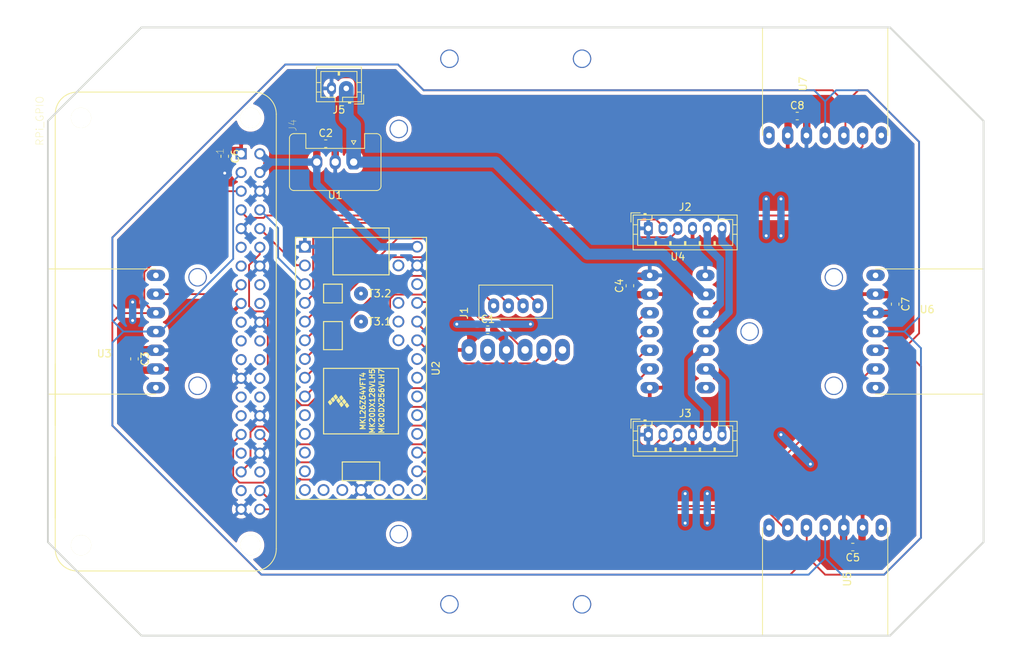
<source format=kicad_pcb>
(kicad_pcb (version 20171130) (host pcbnew "(5.1.4-0-10_14)")
  (layers (0 F.Cu signal) (31 B.Cu signal) (34 B.Paste user) (35 F.Paste user) (36 B.SilkS user) (37 F.SilkS user) (38 B.Mask user) (39 F.Mask user) (44 Edge.Cuts user))
  (net 0 "")
  (net 1 /IMU_PS0)
  (net 2 /IMU_PS1)
  (net 3 /IMU_INT)
  (net 4 /IMU_ADR)
  (net 5 /IMU_RST)
  (net 6 /SCL1)
  (net 7 /SDA1)
  (net 8 GND)
  (net 9 "Net-(J1-Pad6)")
  (net 10 +3V3)
  (net 11 "Net-(J2-Pad6)")
  (net 12 "Net-(J2-Pad5)")
  (net 13 /L_EN_A)
  (net 14 /L_EN_B)
  (net 15 "Net-(J3-Pad6)")
  (net 16 "Net-(J3-Pad5)")
  (net 17 /R_EN_A)
  (net 18 /R_EN_B)
  (net 19 "Net-(J4-Pad37)")
  (net 20 "Net-(J4-Pad36)")
  (net 21 /BPH)
  (net 22 /BEN)
  (net 23 /AEN)
  (net 24 /APH)
  (net 25 "Net-(J4-Pad29)")
  (net 26 "Net-(J4-Pad28)")
  (net 27 "Net-(J4-Pad27)")
  (net 28 "Net-(J4-Pad26)")
  (net 29 "Net-(J4-Pad24)")
  (net 30 "Net-(J4-Pad23)")
  (net 31 "Net-(J4-Pad22)")
  (net 32 "Net-(J4-Pad21)")
  (net 33 "Net-(J4-Pad19)")
  (net 34 "Net-(J4-Pad18)")
  (net 35 "Net-(J4-Pad16)")
  (net 36 "Net-(J4-Pad13)")
  (net 37 "Net-(J4-Pad11)")
  (net 38 /RX)
  (net 39 /TX)
  (net 40 /SCL0)
  (net 41 +5V)
  (net 42 /SDA0)
  (net 43 /VBAT)
  (net 44 "Net-(U2-Pad10)")
  (net 45 "Net-(U2-Pad11)")
  (net 46 "Net-(U2-Pad12)")
  (net 47 "Net-(U2-Pad13)")
  (net 48 "Net-(U2-Pad37)")
  (net 49 "Net-(U2-Pad36)")
  (net 50 "Net-(U2-Pad35)")
  (net 51 "Net-(U2-Pad34)")
  (net 52 "Net-(U2-Pad31)")
  (net 53 "Net-(U2-Pad23)")
  (net 54 "Net-(U2-Pad14)")
  (net 55 "Net-(U2-Pad15)")
  (net 56 "Net-(U2-Pad16)")
  (net 57 "Net-(U2-Pad20)")
  (net 58 "Net-(U2-Pad19)")
  (net 59 "Net-(U2-Pad18)")
  (net 60 "Net-(U3-Pad7)")
  (net 61 "Net-(U3-Pad1)")
  (net 62 "Net-(U4-Pad14)")
  (net 63 "Net-(U5-Pad7)")
  (net 64 "Net-(U5-Pad1)")
  (net 65 "Net-(U6-Pad7)")
  (net 66 "Net-(U6-Pad1)")
  (net 67 "Net-(U7-Pad7)")
  (net 68 "Net-(U7-Pad1)")
  (net 69 /IRB_EN)
  (net 70 /IRC_EN)
  (net 71 /IRA_EN)
  (net 72 /IRD_EN)
  (net 73 "Net-(U2-Pad27)")
  (net 74 "Net-(U2-Pad26)")
  (net 75 "Net-(U2-Pad25)")
  (net 76 "Net-(U2-Pad24)")
  (net 77 "Net-(J4-Pad33)")
  (module teensy:Teensy30_31_32_LC (layer F.Cu) (at 129 105 270)
    (fp_text reference U2 (at 0 -10.16 90) (layer F.SilkS))
    (fp_text value Teensy-LC)
    (fp_text user MK20DX128VLH5 (at 4.445 -1.524 90) (layer F.SilkS) (effects (font (size 0.7 0.7))))
    (fp_text user MKL26Z64VFT4 (at 4.445 -0.254 90) (layer F.SilkS) (effects (font (size 0.7 0.7))))
    (fp_text user MK20DX256VLH7 (at 4.445 -2.794 90) (layer F.SilkS) (effects (font (size 0.7 0.7))))
    (fp_text user T3.1 (at -6.35 -2.54) (layer F.SilkS))
    (fp_text user T3.2 (at -10.16 -2.54) (layer F.SilkS))
    (pad 52 thru_hole circle (at -10.16 0 270) (size 1.9 1.9) (drill 0.5) (layers *.Cu *.Mask))
    (pad 52 thru_hole circle (at -6.35 0 270) (size 1.9 1.9) (drill 0.5) (layers *.Cu *.Mask))
    (pad 1 thru_hole rect (at -16.51 7.62 270) (size 1.6 1.6) (drill 1.1) (layers *.Cu *.Mask) (net 8 GND))
    (pad 2 thru_hole circle (at -13.97 7.62 270) (size 1.6 1.6) (drill 1.1) (layers *.Cu *.Mask) (net 38 /RX))
    (pad 3 thru_hole circle (at -11.43 7.62 270) (size 1.6 1.6) (drill 1.1) (layers *.Cu *.Mask) (net 39 /TX))
    (pad 4 thru_hole circle (at -8.89 7.62 270) (size 1.6 1.6) (drill 1.1) (layers *.Cu *.Mask) (net 14 /L_EN_B))
    (pad 5 thru_hole circle (at -6.35 7.62 270) (size 1.6 1.6) (drill 1.1) (layers *.Cu *.Mask) (net 13 /L_EN_A))
    (pad 6 thru_hole circle (at -3.81 7.62 270) (size 1.6 1.6) (drill 1.1) (layers *.Cu *.Mask) (net 4 /IMU_ADR))
    (pad 7 thru_hole circle (at -1.27 7.62 270) (size 1.6 1.6) (drill 1.1) (layers *.Cu *.Mask) (net 3 /IMU_INT))
    (pad 8 thru_hole circle (at 1.27 7.62 270) (size 1.6 1.6) (drill 1.1) (layers *.Cu *.Mask) (net 2 /IMU_PS1))
    (pad 9 thru_hole circle (at 3.81 7.62 270) (size 1.6 1.6) (drill 1.1) (layers *.Cu *.Mask) (net 1 /IMU_PS0))
    (pad 10 thru_hole circle (at 6.35 7.62 270) (size 1.6 1.6) (drill 1.1) (layers *.Cu *.Mask) (net 44 "Net-(U2-Pad10)"))
    (pad 11 thru_hole circle (at 8.89 7.62 270) (size 1.6 1.6) (drill 1.1) (layers *.Cu *.Mask) (net 45 "Net-(U2-Pad11)"))
    (pad 12 thru_hole circle (at 11.43 7.62 270) (size 1.6 1.6) (drill 1.1) (layers *.Cu *.Mask) (net 46 "Net-(U2-Pad12)"))
    (pad 13 thru_hole circle (at 13.97 7.62 270) (size 1.6 1.6) (drill 1.1) (layers *.Cu *.Mask) (net 47 "Net-(U2-Pad13)"))
    (pad 37 thru_hole circle (at -3.81 -5.08 270) (size 1.6 1.6) (drill 1.1) (layers *.Cu *.Mask) (net 48 "Net-(U2-Pad37)"))
    (pad 36 thru_hole circle (at -6.35 -5.08 270) (size 1.6 1.6) (drill 1.1) (layers *.Cu *.Mask) (net 49 "Net-(U2-Pad36)"))
    (pad 35 thru_hole circle (at -8.89 -5.08 270) (size 1.6 1.6) (drill 1.1) (layers *.Cu *.Mask) (net 50 "Net-(U2-Pad35)"))
    (pad 34 thru_hole circle (at -13.97 -5.08 270) (size 1.6 1.6) (drill 1.1) (layers *.Cu *.Mask) (net 51 "Net-(U2-Pad34)"))
    (pad 33 thru_hole circle (at -16.51 -7.62 270) (size 1.6 1.6) (drill 1.1) (layers *.Cu *.Mask) (net 41 +5V))
    (pad 32 thru_hole circle (at -13.97 -7.62 270) (size 1.6 1.6) (drill 1.1) (layers *.Cu *.Mask) (net 8 GND))
    (pad 31 thru_hole circle (at -11.43 -7.62 270) (size 1.6 1.6) (drill 1.1) (layers *.Cu *.Mask) (net 52 "Net-(U2-Pad31)"))
    (pad 30 thru_hole circle (at -8.89 -7.62 270) (size 1.6 1.6) (drill 1.1) (layers *.Cu *.Mask) (net 7 /SDA1))
    (pad 29 thru_hole circle (at -6.35 -7.62 270) (size 1.6 1.6) (drill 1.1) (layers *.Cu *.Mask) (net 6 /SCL1))
    (pad 28 thru_hole circle (at -3.81 -7.62 270) (size 1.6 1.6) (drill 1.1) (layers *.Cu *.Mask) (net 5 /IMU_RST))
    (pad 27 thru_hole circle (at -1.27 -7.62 270) (size 1.6 1.6) (drill 1.1) (layers *.Cu *.Mask) (net 73 "Net-(U2-Pad27)"))
    (pad 26 thru_hole circle (at 1.27 -7.62 270) (size 1.6 1.6) (drill 1.1) (layers *.Cu *.Mask) (net 74 "Net-(U2-Pad26)"))
    (pad 25 thru_hole circle (at 3.81 -7.62 270) (size 1.6 1.6) (drill 1.1) (layers *.Cu *.Mask) (net 75 "Net-(U2-Pad25)"))
    (pad 24 thru_hole circle (at 6.35 -7.62 270) (size 1.6 1.6) (drill 1.1) (layers *.Cu *.Mask) (net 76 "Net-(U2-Pad24)"))
    (pad 23 thru_hole circle (at 8.89 -7.62 270) (size 1.6 1.6) (drill 1.1) (layers *.Cu *.Mask) (net 53 "Net-(U2-Pad23)"))
    (pad 22 thru_hole circle (at 11.43 -7.62 270) (size 1.6 1.6) (drill 1.1) (layers *.Cu *.Mask) (net 18 /R_EN_B))
    (pad 21 thru_hole circle (at 13.97 -7.62 270) (size 1.6 1.6) (drill 1.1) (layers *.Cu *.Mask) (net 17 /R_EN_A))
    (pad 14 thru_hole circle (at 16.51 7.62 270) (size 1.6 1.6) (drill 1.1) (layers *.Cu *.Mask) (net 54 "Net-(U2-Pad14)"))
    (pad 15 thru_hole circle (at 16.51 5.08 270) (size 1.6 1.6) (drill 1.1) (layers *.Cu *.Mask) (net 55 "Net-(U2-Pad15)"))
    (pad 16 thru_hole circle (at 16.51 2.54 270) (size 1.6 1.6) (drill 1.1) (layers *.Cu *.Mask) (net 56 "Net-(U2-Pad16)"))
    (pad 20 thru_hole circle (at 16.51 -7.62 270) (size 1.6 1.6) (drill 1.1) (layers *.Cu *.Mask) (net 57 "Net-(U2-Pad20)"))
    (pad 19 thru_hole circle (at 16.51 -5.08 270) (size 1.6 1.6) (drill 1.1) (layers *.Cu *.Mask) (net 58 "Net-(U2-Pad19)"))
    (pad 18 thru_hole circle (at 16.51 -2.54 270) (size 1.6 1.6) (drill 1.1) (layers *.Cu *.Mask) (net 59 "Net-(U2-Pad18)"))
    (pad 17 thru_hole circle (at 16.51 0 270) (size 1.6 1.6) (drill 1.1) (layers *.Cu *.Mask) (net 8 GND))
  )
  (module ADA3708:ADA3708_RPI-ZERO (layer F.Cu) (at 114 100 270)
    (fp_text reference J4 (at -27.9928 -5.72581 90) (layer F.SilkS) (effects (font (size 1.00189 1.00189) (thickness 0.05))))
    (fp_text value RPi_GPIO (at -28.5911 28.591 90) (layer F.SilkS) (effects (font (size 1.00056 1.00056) (thickness 0.05))))
    (fp_text user 1 (at -24.4727 4.13175 90) (layer F.SilkS) (effects (font (thickness 0.05))))
    (pad Hole np_thru_hole circle (at 29 0 270) (size 2.75 2.75) (drill 2.75) (layers *.Cu *.Mask F.SilkS))
    (pad Hole np_thru_hole circle (at 29 23 270) (size 2.75 2.75) (drill 2.75) (layers *.Cu *.Mask F.SilkS))
    (pad Hole np_thru_hole circle (at -29 0 270) (size 2.75 2.75) (drill 2.75) (layers *.Cu *.Mask F.SilkS))
    (pad Hole np_thru_hole circle (at -29 23 270) (size 2.75 2.75) (drill 2.75) (layers *.Cu *.Mask F.SilkS))
    (pad 40 thru_hole circle (at 24.13 -1.27 270) (size 1.508 1.508) (drill 1) (layers *.Cu *.Mask) (net 69 /IRB_EN))
    (pad 39 thru_hole circle (at 24.13 1.27 270) (size 1.508 1.508) (drill 1) (layers *.Cu *.Mask) (net 8 GND))
    (pad 38 thru_hole circle (at 21.59 -1.27 270) (size 1.508 1.508) (drill 1) (layers *.Cu *.Mask) (net 70 /IRC_EN))
    (pad 37 thru_hole circle (at 21.59 1.27 270) (size 1.508 1.508) (drill 1) (layers *.Cu *.Mask) (net 19 "Net-(J4-Pad37)"))
    (pad 36 thru_hole circle (at 19.05 -1.27 270) (size 1.508 1.508) (drill 1) (layers *.Cu *.Mask) (net 20 "Net-(J4-Pad36)"))
    (pad 35 thru_hole circle (at 19.05 1.27 270) (size 1.508 1.508) (drill 1) (layers *.Cu *.Mask) (net 21 /BPH))
    (pad 34 thru_hole circle (at 16.51 -1.27 270) (size 1.508 1.508) (drill 1) (layers *.Cu *.Mask) (net 8 GND))
    (pad 33 thru_hole circle (at 16.51 1.27 270) (size 1.508 1.508) (drill 1) (layers *.Cu *.Mask) (net 77 "Net-(J4-Pad33)"))
    (pad 32 thru_hole circle (at 13.97 -1.27 270) (size 1.508 1.508) (drill 1) (layers *.Cu *.Mask) (net 23 /AEN))
    (pad 31 thru_hole circle (at 13.97 1.27 270) (size 1.508 1.508) (drill 1) (layers *.Cu *.Mask) (net 24 /APH))
    (pad 30 thru_hole circle (at 11.43 -1.27 270) (size 1.508 1.508) (drill 1) (layers *.Cu *.Mask) (net 8 GND))
    (pad 29 thru_hole circle (at 11.43 1.27 270) (size 1.508 1.508) (drill 1) (layers *.Cu *.Mask) (net 25 "Net-(J4-Pad29)"))
    (pad 28 thru_hole circle (at 8.89 -1.27 270) (size 1.508 1.508) (drill 1) (layers *.Cu *.Mask) (net 26 "Net-(J4-Pad28)"))
    (pad 27 thru_hole circle (at 8.89 1.27 270) (size 1.508 1.508) (drill 1) (layers *.Cu *.Mask) (net 27 "Net-(J4-Pad27)"))
    (pad 26 thru_hole circle (at 6.35 -1.27 270) (size 1.508 1.508) (drill 1) (layers *.Cu *.Mask) (net 28 "Net-(J4-Pad26)"))
    (pad 25 thru_hole circle (at 6.35 1.27 270) (size 1.508 1.508) (drill 1) (layers *.Cu *.Mask) (net 8 GND))
    (pad 24 thru_hole circle (at 3.81 -1.27 270) (size 1.508 1.508) (drill 1) (layers *.Cu *.Mask) (net 29 "Net-(J4-Pad24)"))
    (pad 23 thru_hole circle (at 3.81 1.27 270) (size 1.508 1.508) (drill 1) (layers *.Cu *.Mask) (net 30 "Net-(J4-Pad23)"))
    (pad 22 thru_hole circle (at 1.27 -1.27 270) (size 1.508 1.508) (drill 1) (layers *.Cu *.Mask) (net 31 "Net-(J4-Pad22)"))
    (pad 21 thru_hole circle (at 1.27 1.27 270) (size 1.508 1.508) (drill 1) (layers *.Cu *.Mask) (net 32 "Net-(J4-Pad21)"))
    (pad 20 thru_hole circle (at -1.27 -1.27 270) (size 1.508 1.508) (drill 1) (layers *.Cu *.Mask) (net 8 GND))
    (pad 19 thru_hole circle (at -1.27 1.27 270) (size 1.508 1.508) (drill 1) (layers *.Cu *.Mask) (net 33 "Net-(J4-Pad19)"))
    (pad 18 thru_hole circle (at -3.81 -1.27 270) (size 1.508 1.508) (drill 1) (layers *.Cu *.Mask) (net 34 "Net-(J4-Pad18)"))
    (pad 17 thru_hole circle (at -3.81 1.27 270) (size 1.508 1.508) (drill 1) (layers *.Cu *.Mask) (net 10 +3V3))
    (pad 16 thru_hole circle (at -6.35 -1.27 270) (size 1.508 1.508) (drill 1) (layers *.Cu *.Mask) (net 35 "Net-(J4-Pad16)"))
    (pad 15 thru_hole circle (at -6.35 1.27 270) (size 1.508 1.508) (drill 1) (layers *.Cu *.Mask) (net 71 /IRA_EN))
    (pad 14 thru_hole circle (at -8.89 -1.27 270) (size 1.508 1.508) (drill 1) (layers *.Cu *.Mask) (net 8 GND))
    (pad 13 thru_hole circle (at -8.89 1.27 270) (size 1.508 1.508) (drill 1) (layers *.Cu *.Mask) (net 36 "Net-(J4-Pad13)"))
    (pad 12 thru_hole circle (at -11.43 -1.27 270) (size 1.508 1.508) (drill 1) (layers *.Cu *.Mask) (net 22 /BEN))
    (pad 11 thru_hole circle (at -11.43 1.27 270) (size 1.508 1.508) (drill 1) (layers *.Cu *.Mask) (net 37 "Net-(J4-Pad11)"))
    (pad 10 thru_hole circle (at -13.97 -1.27 270) (size 1.508 1.508) (drill 1) (layers *.Cu *.Mask) (net 38 /RX))
    (pad 9 thru_hole circle (at -13.97 1.27 270) (size 1.508 1.508) (drill 1) (layers *.Cu *.Mask) (net 8 GND))
    (pad 8 thru_hole circle (at -16.51 -1.27 270) (size 1.508 1.508) (drill 1) (layers *.Cu *.Mask) (net 39 /TX))
    (pad 7 thru_hole circle (at -16.51 1.27 270) (size 1.508 1.508) (drill 1) (layers *.Cu *.Mask) (net 72 /IRD_EN))
    (pad 6 thru_hole circle (at -19.05 -1.27 270) (size 1.508 1.508) (drill 1) (layers *.Cu *.Mask) (net 8 GND))
    (pad 5 thru_hole circle (at -19.05 1.27 270) (size 1.508 1.508) (drill 1) (layers *.Cu *.Mask) (net 40 /SCL0))
    (pad 4 thru_hole circle (at -21.59 -1.27 270) (size 1.508 1.508) (drill 1) (layers *.Cu *.Mask) (net 41 +5V))
    (pad 3 thru_hole circle (at -21.59 1.27 270) (size 1.508 1.508) (drill 1) (layers *.Cu *.Mask) (net 42 /SDA0))
    (pad 2 thru_hole circle (at -24.13 -1.27 270) (size 1.508 1.508) (drill 1) (layers *.Cu *.Mask) (net 41 +5V))
    (pad 1 thru_hole rect (at -24.13 1.27 270) (size 1.508 1.508) (drill 1) (layers *.Cu *.Mask) (net 10 +3V3))
  )
  (module Capacitor_SMD:C_0603_1608Metric (layer F.Cu) (at 188.2125 70.75)
    (fp_text reference C8 (at 0 -1.43) (layer F.SilkS))
    (fp_text value 1uF)
    (pad 2 smd roundrect (at 0.7875 0) (size 0.875 0.95) (layers F.Cu F.Paste F.Mask) (net 8 GND))
    (pad 1 smd roundrect (at -0.7875 0) (size 0.875 0.95) (layers F.Cu F.Paste F.Mask) (net 10 +3V3))
  )
  (module Capacitor_SMD:C_0603_1608Metric (layer F.Cu) (at 201.5 96.2875 270)
    (fp_text reference C7 (at 0 -1.43 90) (layer F.SilkS))
    (fp_text value 1uF)
    (pad 2 smd roundrect (at 0.7875 0 270) (size 0.875 0.95) (layers F.Cu F.Paste F.Mask) (net 8 GND))
    (pad 1 smd roundrect (at -0.7875 0 270) (size 0.875 0.95) (layers F.Cu F.Paste F.Mask) (net 10 +3V3))
  )
  (module Capacitor_SMD:C_0603_1608Metric (layer F.Cu) (at 110.5 76.2125 270)
    (fp_text reference C6 (at 0 -1.43 90) (layer F.SilkS))
    (fp_text value 1uF)
    (pad 2 smd roundrect (at 0.7875 0 270) (size 0.875 0.95) (layers F.Cu F.Paste F.Mask) (net 8 GND))
    (pad 1 smd roundrect (at -0.7875 0 270) (size 0.875 0.95) (layers F.Cu F.Paste F.Mask) (net 10 +3V3))
  )
  (module Capacitor_SMD:C_0603_1608Metric (layer F.Cu) (at 195.75 129.25 180)
    (fp_text reference C5 (at 0 -1.43) (layer F.SilkS))
    (fp_text value 1uF)
    (pad 2 smd roundrect (at 0.7875 0 180) (size 0.875 0.95) (layers F.Cu F.Paste F.Mask) (net 8 GND))
    (pad 1 smd roundrect (at -0.7875 0 180) (size 0.875 0.95) (layers F.Cu F.Paste F.Mask) (net 10 +3V3))
  )
  (module Capacitor_SMD:C_0603_1608Metric (layer F.Cu) (at 165.5 93.7875 90)
    (fp_text reference C4 (at 0 -1.43 90) (layer F.SilkS))
    (fp_text value 1uF)
    (pad 2 smd roundrect (at 0.7875 0 90) (size 0.875 0.95) (layers F.Cu F.Paste F.Mask) (net 8 GND))
    (pad 1 smd roundrect (at -0.7875 0 90) (size 0.875 0.95) (layers F.Cu F.Paste F.Mask) (net 10 +3V3))
  )
  (module Capacitor_SMD:C_0603_1608Metric (layer F.Cu) (at 98.25 103.7125 270)
    (fp_text reference C3 (at 0 -1.43 90) (layer F.SilkS))
    (fp_text value 1uF)
    (pad 2 smd roundrect (at 0.7875 0 270) (size 0.875 0.95) (layers F.Cu F.Paste F.Mask) (net 10 +3V3))
    (pad 1 smd roundrect (at -0.7875 0 270) (size 0.875 0.95) (layers F.Cu F.Paste F.Mask) (net 8 GND))
  )
  (module Capacitor_SMD:C_0603_1608Metric (layer F.Cu) (at 124.2125 74.5)
    (fp_text reference C2 (at 0 -1.43) (layer F.SilkS))
    (fp_text value 1uF)
    (pad 2 smd roundrect (at 0.7875 0) (size 0.875 0.95) (layers F.Cu F.Paste F.Mask) (net 8 GND))
    (pad 1 smd roundrect (at -0.7875 0) (size 0.875 0.95) (layers F.Cu F.Paste F.Mask) (net 41 +5V))
  )
  (module Capacitor_SMD:C_0603_1608Metric (layer F.Cu) (at 146.2125 99.75)
    (fp_text reference C1 (at 0 -1.43) (layer F.SilkS))
    (fp_text value 1uF)
    (pad 2 smd roundrect (at 0.7875 0) (size 0.875 0.95) (layers F.Cu F.Paste F.Mask) (net 8 GND))
    (pad 1 smd roundrect (at -0.7875 0) (size 0.875 0.95) (layers F.Cu F.Paste F.Mask) (net 10 +3V3))
  )
  (module pacbot:conn_imu (layer F.Cu) (at 150 102.5 90)
    (fp_text reference J1 (at 5 -7 90) (layer F.SilkS))
    (fp_text value conn_imu)
    (pad 4 thru_hole oval (at 6 3 90) (size 2 1.5) (drill 0.7) (layers *.Cu *.Mask) (net 4 /IMU_ADR))
    (pad 3 thru_hole oval (at 6 1 90) (size 2 1.5) (drill 0.7) (layers *.Cu *.Mask) (net 3 /IMU_INT))
    (pad 2 thru_hole oval (at 6 -1 90) (size 2 1.5) (drill 0.7) (layers *.Cu *.Mask) (net 2 /IMU_PS1))
    (pad 1 thru_hole oval (at 6 -3 90) (size 2 1.5) (drill 0.7) (layers *.Cu *.Mask) (net 1 /IMU_PS0))
    (pad 10 thru_hole oval (at 0 6.35 90) (size 3 2) (drill 1.02) (layers *.Cu *.Mask) (net 5 /IMU_RST))
    (pad 9 thru_hole oval (at 0 3.81 90) (size 3 2) (drill 1.02) (layers *.Cu *.Mask) (net 6 /SCL1))
    (pad 8 thru_hole oval (at 0 1.27 90) (size 3 2) (drill 1.02) (layers *.Cu *.Mask) (net 7 /SDA1))
    (pad 7 thru_hole oval (at 0 -1.27 90) (size 3 2) (drill 1.02) (layers *.Cu *.Mask) (net 8 GND))
    (pad 6 thru_hole oval (at 0 -3.81 90) (size 3 2) (drill 1.02) (layers *.Cu *.Mask) (net 9 "Net-(J1-Pad6)"))
    (pad 5 thru_hole oval (at 0 -6.35 90) (size 3 2) (drill 1.02) (layers *.Cu *.Mask) (net 10 +3V3))
  )
  (module pacbot:conn_ir (layer F.Cu) (at 101.16 100 180)
    (fp_text reference U3 (at 7 -3 180) (layer F.SilkS))
    (fp_text value VL6180X)
    (pad 7 thru_hole oval (at 0 7.62 180) (size 2.5 1.524) (drill 0.762) (layers *.Cu *.Mask) (net 60 "Net-(U3-Pad7)"))
    (pad 6 thru_hole oval (at 0 5.08 180) (size 2.5 1.524) (drill 0.762) (layers *.Cu *.Mask) (net 71 /IRA_EN))
    (pad 5 thru_hole oval (at 0 2.54 180) (size 2.5 1.524) (drill 0.762) (layers *.Cu *.Mask) (net 40 /SCL0))
    (pad 4 thru_hole oval (at 0 0 180) (size 2.5 1.524) (drill 0.762) (layers *.Cu *.Mask) (net 42 /SDA0))
    (pad 3 thru_hole oval (at 0 -2.54 180) (size 2.5 1.524) (drill 0.762) (layers *.Cu *.Mask) (net 8 GND))
    (pad 2 thru_hole oval (at 0 -5.08 180) (size 2.5 1.524) (drill 0.762) (layers *.Cu *.Mask) (net 10 +3V3))
    (pad 1 thru_hole oval (at 0 -7.62 180) (size 2.5 1.524) (drill 0.762) (layers *.Cu *.Mask) (net 61 "Net-(U3-Pad1)"))
  )
  (module pacbot:conn_ir (layer F.Cu) (at 198.84 100)
    (fp_text reference U6 (at 7 -3) (layer F.SilkS))
    (fp_text value VL6180X)
    (pad 7 thru_hole oval (at 0 7.62) (size 2.5 1.524) (drill 0.762) (layers *.Cu *.Mask) (net 65 "Net-(U6-Pad7)"))
    (pad 6 thru_hole oval (at 0 5.08) (size 2.5 1.524) (drill 0.762) (layers *.Cu *.Mask) (net 70 /IRC_EN))
    (pad 5 thru_hole oval (at 0 2.54) (size 2.5 1.524) (drill 0.762) (layers *.Cu *.Mask) (net 40 /SCL0))
    (pad 4 thru_hole oval (at 0 0) (size 2.5 1.524) (drill 0.762) (layers *.Cu *.Mask) (net 42 /SDA0))
    (pad 3 thru_hole oval (at 0 -2.54) (size 2.5 1.524) (drill 0.762) (layers *.Cu *.Mask) (net 8 GND))
    (pad 2 thru_hole oval (at 0 -5.08) (size 2.5 1.524) (drill 0.762) (layers *.Cu *.Mask) (net 10 +3V3))
    (pad 1 thru_hole oval (at 0 -7.62) (size 2.5 1.524) (drill 0.762) (layers *.Cu *.Mask) (net 66 "Net-(U6-Pad1)"))
  )
  (module pacbot:conn_ir (layer F.Cu) (at 192 126.615 270)
    (fp_text reference U5 (at 7 -3 90) (layer F.SilkS))
    (fp_text value VL6180X)
    (pad 7 thru_hole oval (at 0 7.62 270) (size 2.5 1.524) (drill 0.762) (layers *.Cu *.Mask) (net 63 "Net-(U5-Pad7)"))
    (pad 6 thru_hole oval (at 0 5.08 270) (size 2.5 1.524) (drill 0.762) (layers *.Cu *.Mask) (net 69 /IRB_EN))
    (pad 5 thru_hole oval (at 0 2.54 270) (size 2.5 1.524) (drill 0.762) (layers *.Cu *.Mask) (net 40 /SCL0))
    (pad 4 thru_hole oval (at 0 0 270) (size 2.5 1.524) (drill 0.762) (layers *.Cu *.Mask) (net 42 /SDA0))
    (pad 3 thru_hole oval (at 0 -2.54 270) (size 2.5 1.524) (drill 0.762) (layers *.Cu *.Mask) (net 8 GND))
    (pad 2 thru_hole oval (at 0 -5.08 270) (size 2.5 1.524) (drill 0.762) (layers *.Cu *.Mask) (net 10 +3V3))
    (pad 1 thru_hole oval (at 0 -7.62 270) (size 2.5 1.524) (drill 0.762) (layers *.Cu *.Mask) (net 64 "Net-(U5-Pad1)"))
  )
  (module pacbot:conn_ir (layer F.Cu) (at 192 73.385 90)
    (fp_text reference U7 (at 7 -3 90) (layer F.SilkS))
    (fp_text value VL6180X)
    (pad 7 thru_hole oval (at 0 7.62 90) (size 2.5 1.524) (drill 0.762) (layers *.Cu *.Mask) (net 67 "Net-(U7-Pad7)"))
    (pad 6 thru_hole oval (at 0 5.08 90) (size 2.5 1.524) (drill 0.762) (layers *.Cu *.Mask) (net 72 /IRD_EN))
    (pad 5 thru_hole oval (at 0 2.54 90) (size 2.5 1.524) (drill 0.762) (layers *.Cu *.Mask) (net 40 /SCL0))
    (pad 4 thru_hole oval (at 0 0 90) (size 2.5 1.524) (drill 0.762) (layers *.Cu *.Mask) (net 42 /SDA0))
    (pad 3 thru_hole oval (at 0 -2.54 90) (size 2.5 1.524) (drill 0.762) (layers *.Cu *.Mask) (net 8 GND))
    (pad 2 thru_hole oval (at 0 -5.08 90) (size 2.5 1.524) (drill 0.762) (layers *.Cu *.Mask) (net 10 +3V3))
    (pad 1 thru_hole oval (at 0 -7.62 90) (size 2.5 1.524) (drill 0.762) (layers *.Cu *.Mask) (net 68 "Net-(U7-Pad1)"))
  )
  (module Connector_JST:JST_PH_B2B-PH-K_1x02_P2.00mm_Vertical (layer F.Cu) (at 127 67 180)
    (fp_text reference J5 (at 1 -2.9) (layer F.SilkS))
    (fp_text value Conn_Batt)
    (pad 2 thru_hole oval (at 2 0 180) (size 1.2 1.75) (drill 0.75) (layers *.Cu *.Mask) (net 8 GND))
    (pad 1 thru_hole roundrect (at 0 0 180) (size 1.2 1.75) (drill 0.75) (layers *.Cu *.Mask) (roundrect_rratio 0.208333) (net 43 /VBAT))
  )
  (module pacbot:drv8835 (layer F.Cu) (at 172 100)
    (fp_text reference U4 (at 0 -10.16) (layer F.SilkS))
    (fp_text value DRV8835)
    (pad 14 thru_hole oval (at 3.81 7.62) (size 2.5 1.524) (drill 0.762) (layers *.Cu *.Mask) (net 62 "Net-(U4-Pad14)"))
    (pad 13 thru_hole oval (at -3.81 7.62) (size 2.5 1.524) (drill 0.762) (layers *.Cu *.Mask) (net 10 +3V3))
    (pad 12 thru_hole oval (at 3.81 5.08) (size 2.5 1.524) (drill 0.762) (layers *.Cu *.Mask) (net 15 "Net-(J3-Pad6)"))
    (pad 11 thru_hole oval (at -3.81 5.08) (size 2.5 1.524) (drill 0.762) (layers *.Cu *.Mask) (net 24 /APH))
    (pad 10 thru_hole oval (at 3.81 2.54) (size 2.5 1.524) (drill 0.762) (layers *.Cu *.Mask) (net 16 "Net-(J3-Pad5)"))
    (pad 9 thru_hole oval (at -3.81 2.54) (size 2.5 1.524) (drill 0.762) (layers *.Cu *.Mask) (net 23 /AEN))
    (pad 8 thru_hole oval (at 3.81 0) (size 2.5 1.524) (drill 0.762) (layers *.Cu *.Mask) (net 11 "Net-(J2-Pad6)"))
    (pad 7 thru_hole oval (at -3.81 0) (size 2.5 1.524) (drill 0.762) (layers *.Cu *.Mask) (net 21 /BPH))
    (pad 6 thru_hole oval (at 3.81 -2.54) (size 2.5 1.524) (drill 0.762) (layers *.Cu *.Mask) (net 12 "Net-(J2-Pad5)"))
    (pad 5 thru_hole oval (at -3.81 -2.54) (size 2.5 1.524) (drill 0.762) (layers *.Cu *.Mask) (net 22 /BEN))
    (pad 4 thru_hole oval (at 3.81 -5.08) (size 2.5 1.524) (drill 0.762) (layers *.Cu *.Mask) (net 43 /VBAT))
    (pad 3 thru_hole oval (at -3.81 -5.08) (size 2.5 1.524) (drill 0.762) (layers *.Cu *.Mask) (net 10 +3V3))
    (pad 2 thru_hole oval (at 3.73 -7.62) (size 2.5 1.524) (drill 0.762) (layers *.Cu *.Mask) (net 8 GND))
    (pad 1 thru_hole oval (at -3.81 -7.62) (size 2.5 1.524) (drill 0.762) (layers *.Cu *.Mask) (net 8 GND))
  )
  (module Connector_Stocko:Stocko_MKS_1653-6-0-303_1x3_P2.50mm_Vertical (layer F.Cu) (at 128 77 180)
    (fp_text reference U1 (at 2.5 -4.5) (layer F.SilkS))
    (fp_text value L7805)
    (pad 3 thru_hole oval (at 5 0 180) (size 1.5 2) (drill 1) (layers *.Cu *.Mask) (net 41 +5V))
    (pad 2 thru_hole oval (at 2.5 0 180) (size 1.5 2) (drill 1) (layers *.Cu *.Mask) (net 8 GND))
    (pad 1 thru_hole roundrect (at 0 0 180) (size 1.5 2) (drill 1) (layers *.Cu *.Mask) (net 43 /VBAT))
  )
  (module Connector_JST:JST_PH_B6B-PH-K_1x06_P2.00mm_Vertical (layer F.Cu) (at 168 114)
    (fp_text reference J3 (at 5 -2.9) (layer F.SilkS))
    (fp_text value conn_motor-encoder_R)
    (pad 6 thru_hole oval (at 10 0) (size 1.2 1.75) (drill 0.75) (layers *.Cu *.Mask) (net 15 "Net-(J3-Pad6)"))
    (pad 5 thru_hole oval (at 8 0) (size 1.2 1.75) (drill 0.75) (layers *.Cu *.Mask) (net 16 "Net-(J3-Pad5)"))
    (pad 4 thru_hole oval (at 6 0) (size 1.2 1.75) (drill 0.75) (layers *.Cu *.Mask) (net 10 +3V3))
    (pad 3 thru_hole oval (at 4 0) (size 1.2 1.75) (drill 0.75) (layers *.Cu *.Mask) (net 17 /R_EN_A))
    (pad 2 thru_hole oval (at 2 0) (size 1.2 1.75) (drill 0.75) (layers *.Cu *.Mask) (net 18 /R_EN_B))
    (pad 1 thru_hole roundrect (at 0 0) (size 1.2 1.75) (drill 0.75) (layers *.Cu *.Mask) (roundrect_rratio 0.208333) (net 8 GND))
  )
  (module Connector_JST:JST_PH_B6B-PH-K_1x06_P2.00mm_Vertical (layer F.Cu) (at 168 86)
    (fp_text reference J2 (at 5 -2.9) (layer F.SilkS))
    (fp_text value conn_motor-encoder_L)
    (pad 6 thru_hole oval (at 10 0) (size 1.2 1.75) (drill 0.75) (layers *.Cu *.Mask) (net 11 "Net-(J2-Pad6)"))
    (pad 5 thru_hole oval (at 8 0) (size 1.2 1.75) (drill 0.75) (layers *.Cu *.Mask) (net 12 "Net-(J2-Pad5)"))
    (pad 4 thru_hole oval (at 6 0) (size 1.2 1.75) (drill 0.75) (layers *.Cu *.Mask) (net 10 +3V3))
    (pad 3 thru_hole oval (at 4 0) (size 1.2 1.75) (drill 0.75) (layers *.Cu *.Mask) (net 13 /L_EN_A))
    (pad 2 thru_hole oval (at 2 0) (size 1.2 1.75) (drill 0.75) (layers *.Cu *.Mask) (net 14 /L_EN_B))
    (pad 1 thru_hole roundrect (at 0 0) (size 1.2 1.75) (drill 0.75) (layers *.Cu *.Mask) (roundrect_rratio 0.208333) (net 8 GND))
  )
  (gr_line (start 213.5 128.575) (end 213.5 71.425) (layer Edge.Cuts) (width 0.254))
  (gr_line (start 200.8 141.275) (end 213.5 128.575) (layer Edge.Cuts) (width 0.254))
  (gr_line (start 99.2 141.275) (end 200.8 141.275) (layer Edge.Cuts) (width 0.254))
  (gr_line (start 86.5 128.575) (end 99.2 141.275) (layer Edge.Cuts) (width 0.254))
  (gr_line (start 86.5 71.425) (end 86.5 128.575) (layer Edge.Cuts) (width 0.254))
  (gr_line (start 99.2 58.725) (end 86.5 71.425) (layer Edge.Cuts) (width 0.254))
  (gr_line (start 200.8 58.725) (end 99.2 58.725) (layer Edge.Cuts) (width 0.254))
  (gr_line (start 213.5 71.425) (end 200.8 58.725) (layer Edge.Cuts) (width 0.254))
  (via (at 134.125 72.503694) (size 2.5) (drill 2.2) (layers F.Cu B.Cu) (net 0))
  (via (at 141 62.975) (size 2.5) (drill 2.2) (layers F.Cu B.Cu) (net 0))
  (via (at 159 62.975) (size 2.5) (drill 2.2) (layers F.Cu B.Cu) (net 0))
  (via (at 193.18 92.634001) (size 2.5) (drill 2.2) (layers F.Cu B.Cu) (net 0))
  (via (at 193.18 107.365999) (size 2.5) (drill 2.2) (layers F.Cu B.Cu) (net 0))
  (via (at 181.75 100) (size 2.5) (drill 2.2) (layers F.Cu B.Cu) (net 0))
  (via (at 159 137.025) (size 2.5) (drill 2.2) (layers F.Cu B.Cu) (net 0))
  (via (at 141 137.025) (size 2.5) (drill 2.2) (layers F.Cu B.Cu) (net 0))
  (via (at 106.82 107.365999) (size 2.5) (drill 2.2) (layers F.Cu B.Cu) (net 0))
  (via (at 106.82 92.634001) (size 2.5) (drill 2.2) (layers F.Cu B.Cu) (net 0))
  (via (at 134.125 127.496306) (size 2.5) (drill 2.2) (layers F.Cu B.Cu) (net 0))
  (segment (start 132.954999 97.235001) (end 132.954999 95.569999) (width 0.25) (layer F.Cu) (net 1))
  (segment (start 133.539999 94.984999) (end 145.734999 94.984999) (width 0.25) (layer F.Cu) (net 1))
  (segment (start 132.954999 95.569999) (end 133.539999 94.984999) (width 0.25) (layer F.Cu) (net 1))
  (segment (start 121.38 108.81) (end 132.954999 97.235001) (width 0.25) (layer F.Cu) (net 1))
  (segment (start 145.734999 94.984999) (end 147 96.25) (width 0.25) (layer F.Cu) (net 1))
  (segment (start 133.317999 92.444999) (end 145.194999 92.444999) (width 0.25) (layer F.Cu) (net 2))
  (segment (start 145.194999 92.444999) (end 149.25 96.5) (width 0.25) (layer F.Cu) (net 2))
  (segment (start 121.38 106.27) (end 127.25 100.4) (width 0.25) (layer F.Cu) (net 2))
  (segment (start 127.25 98.512998) (end 133.317999 92.444999) (width 0.25) (layer F.Cu) (net 2))
  (segment (start 127.25 100.4) (end 127.25 98.512998) (width 0.25) (layer F.Cu) (net 2))
  (segment (start 132.047999 89.904999) (end 144.654999 89.904999) (width 0.25) (layer F.Cu) (net 3))
  (segment (start 144.654999 89.904999) (end 151 96.25) (width 0.25) (layer F.Cu) (net 3))
  (segment (start 123.405021 98.547977) (end 132.047999 89.904999) (width 0.25) (layer F.Cu) (net 3))
  (segment (start 123.405021 101.704979) (end 123.405021 98.547977) (width 0.25) (layer F.Cu) (net 3))
  (segment (start 121.38 103.73) (end 123.405021 101.704979) (width 0.25) (layer F.Cu) (net 3))
  (segment (start 151 96.25) (end 151 96.5) (width 0.25) (layer F.Cu) (net 3))
  (segment (start 144.114999 87.364999) (end 153 96.25) (width 0.25) (layer F.Cu) (net 4))
  (segment (start 122.955012 98.361576) (end 133.951589 87.364999) (width 0.25) (layer F.Cu) (net 4))
  (segment (start 133.951589 87.364999) (end 144.114999 87.364999) (width 0.25) (layer F.Cu) (net 4))
  (segment (start 122.955012 99.614988) (end 122.955012 98.361576) (width 0.25) (layer F.Cu) (net 4))
  (segment (start 121.38 101.19) (end 122.955012 99.614988) (width 0.25) (layer F.Cu) (net 4))
  (segment (start 154.57498 104.77502) (end 140.27502 104.77502) (width 0.25) (layer F.Cu) (net 5))
  (segment (start 156.35 103) (end 154.57498 104.77502) (width 0.25) (layer F.Cu) (net 5))
  (segment (start 156.35 102.5) (end 156.35 103) (width 0.25) (layer F.Cu) (net 5))
  (segment (start 140.27502 104.77502) (end 136.75 101.25) (width 0.25) (layer F.Cu) (net 5))
  (segment (start 152.48499 104.32501) (end 142.07501 104.32501) (width 0.25) (layer F.Cu) (net 6))
  (segment (start 153.81 103) (end 152.48499 104.32501) (width 0.25) (layer F.Cu) (net 6))
  (segment (start 153.81 102.5) (end 153.81 103) (width 0.25) (layer F.Cu) (net 6))
  (segment (start 142.07501 104.32501) (end 136.5 98.75) (width 0.25) (layer F.Cu) (net 6))
  (segment (start 145.825009 98.924991) (end 145.80001 98.94999) (width 0.25) (layer F.Cu) (net 7))
  (segment (start 147.528838 98.924991) (end 145.825009 98.924991) (width 0.25) (layer F.Cu) (net 7))
  (segment (start 151.103847 102.5) (end 147.528838 98.924991) (width 0.25) (layer F.Cu) (net 7))
  (segment (start 151.27 102.5) (end 151.103847 102.5) (width 0.25) (layer F.Cu) (net 7))
  (segment (start 145.80001 98.94999) (end 145.775011 98.924991) (width 0.25) (layer F.Cu) (net 7))
  (segment (start 145.80001 98.94999) (end 142.85002 96) (width 0.25) (layer F.Cu) (net 7))
  (segment (start 142.85002 96) (end 136.5 96) (width 0.25) (layer F.Cu) (net 7))
  (via (at 110.5 78.5) (size 0.8) (drill 0.4) (layers F.Cu B.Cu) (net 8))
  (segment (start 165.5 93) (end 166 92.5) (width 1) (layer F.Cu) (net 8))
  (segment (start 166 92.5) (end 168.25 92.5) (width 1) (layer F.Cu) (net 8))
  (segment (start 147 99.75) (end 147.461612 100.211612) (width 1) (layer F.Cu) (net 8))
  (segment (start 147.461612 100.211612) (end 148.5 101.25) (width 1) (layer F.Cu) (net 8))
  (segment (start 98.711612 102.463388) (end 100.963388 102.463388) (width 1) (layer F.Cu) (net 8))
  (segment (start 98.25 102.925) (end 98.711612 102.463388) (width 1) (layer F.Cu) (net 8))
  (segment (start 189 70.75) (end 189.5 71.25) (width 1) (layer F.Cu) (net 8))
  (segment (start 189.5 71.25) (end 189.5 72.75) (width 1) (layer F.Cu) (net 8))
  (segment (start 201.038388 97.536612) (end 199.036612 97.536612) (width 1) (layer F.Cu) (net 8))
  (segment (start 201.5 97.075) (end 201.038388 97.536612) (width 1) (layer F.Cu) (net 8))
  (segment (start 194.9625 129.25) (end 194.5 128.7875) (width 1) (layer F.Cu) (net 8))
  (segment (start 194.5 128.7875) (end 194.5 127.25) (width 1) (layer F.Cu) (net 8))
  (segment (start 125 74.5) (end 125.5 75) (width 1) (layer F.Cu) (net 8))
  (segment (start 125.5 75) (end 125.5 76.75) (width 1) (layer F.Cu) (net 8))
  (segment (start 110.5 77) (end 110.5 78.5) (width 1) (layer F.Cu) (net 8))
  (segment (start 165.961612 95.036612) (end 166.213388 95.036612) (width 1) (layer F.Cu) (net 10))
  (segment (start 165.5 94.575) (end 165.961612 95.036612) (width 1) (layer F.Cu) (net 10))
  (segment (start 166.213388 95.036612) (end 166.25 95) (width 1) (layer F.Cu) (net 10))
  (segment (start 166.25 95) (end 168.25 95) (width 1) (layer F.Cu) (net 10))
  (segment (start 145.425 99.75) (end 143.5 101.675) (width 1) (layer F.Cu) (net 10))
  (segment (start 143.5 101.675) (end 143.5 101.75) (width 1) (layer F.Cu) (net 10))
  (segment (start 98.25 104.5) (end 99 105.25) (width 1) (layer F.Cu) (net 10))
  (segment (start 99 105.25) (end 101 105.25) (width 1) (layer F.Cu) (net 10))
  (segment (start 186.963388 71.211612) (end 186.963388 73.213388) (width 1) (layer F.Cu) (net 10))
  (segment (start 187.425 70.75) (end 186.963388 71.211612) (width 1) (layer F.Cu) (net 10))
  (segment (start 201.5 95.5) (end 201 95) (width 1) (layer F.Cu) (net 10))
  (segment (start 201 95) (end 198.75 95) (width 1) (layer F.Cu) (net 10))
  (segment (start 196.5375 129.25) (end 197 128.7875) (width 1) (layer F.Cu) (net 10))
  (segment (start 197 128.7875) (end 197 127.25) (width 1) (layer F.Cu) (net 10))
  (segment (start 110.5 75.425) (end 112.425 75.425) (width 1) (layer F.Cu) (net 10))
  (via (at 142 99) (size 0.8) (drill 0.4) (layers F.Cu B.Cu) (net 10))
  (via (at 152 99) (size 0.8) (drill 0.4) (layers F.Cu B.Cu) (net 10))
  (segment (start 142 99) (end 152 99) (width 1) (layer B.Cu) (net 10))
  (via (at 186 82) (size 0.8) (drill 0.4) (layers F.Cu B.Cu) (net 10))
  (via (at 184 82) (size 0.8) (drill 0.4) (layers F.Cu B.Cu) (net 10))
  (via (at 184 87) (size 0.8) (drill 0.4) (layers F.Cu B.Cu) (net 10))
  (via (at 186 87) (size 0.8) (drill 0.4) (layers F.Cu B.Cu) (net 10))
  (segment (start 184 82) (end 184 87) (width 1) (layer B.Cu) (net 10))
  (segment (start 186 82) (end 186 87) (width 1) (layer B.Cu) (net 10))
  (via (at 186 114) (size 0.8) (drill 0.4) (layers F.Cu B.Cu) (net 10))
  (via (at 190 118) (size 0.8) (drill 0.4) (layers F.Cu B.Cu) (net 10))
  (segment (start 186 114) (end 190 118) (width 1) (layer B.Cu) (net 10))
  (via (at 173 122) (size 0.8) (drill 0.4) (layers F.Cu B.Cu) (net 10))
  (via (at 176 122) (size 0.8) (drill 0.4) (layers F.Cu B.Cu) (net 10))
  (via (at 173 126) (size 0.8) (drill 0.4) (layers F.Cu B.Cu) (net 10))
  (via (at 176 126) (size 0.8) (drill 0.4) (layers F.Cu B.Cu) (net 10))
  (segment (start 173 122) (end 173 126) (width 1) (layer B.Cu) (net 10))
  (segment (start 176 126) (end 176 122) (width 1) (layer B.Cu) (net 10))
  (via (at 98 98.5) (size 0.8) (drill 0.4) (layers F.Cu B.Cu) (net 10))
  (via (at 98 96) (size 0.8) (drill 0.4) (layers F.Cu B.Cu) (net 10))
  (segment (start 98 96) (end 98 98.5) (width 1) (layer B.Cu) (net 10))
  (segment (start 178.96002 88.83502) (end 178 87.875) (width 1) (layer B.Cu) (net 11))
  (segment (start 178.96002 97.33798) (end 178.96002 88.83502) (width 1) (layer B.Cu) (net 11))
  (segment (start 176.298 100) (end 178.96002 97.33798) (width 1) (layer B.Cu) (net 11))
  (segment (start 175.81 100) (end 176.298 100) (width 1) (layer B.Cu) (net 11))
  (segment (start 178 87.875) (end 178 86) (width 1) (layer B.Cu) (net 11))
  (segment (start 177.76001 95.525584) (end 177.76001 90.26001) (width 1) (layer B.Cu) (net 12))
  (segment (start 175.81 97.46) (end 175.825594 97.46) (width 1) (layer B.Cu) (net 12))
  (segment (start 177.76001 90.26001) (end 176 88.5) (width 1) (layer B.Cu) (net 12))
  (segment (start 176 88.5) (end 176 86) (width 1) (layer B.Cu) (net 12))
  (segment (start 177.76001 95.525584) (end 177.76001 96.23999) (width 1) (layer B.Cu) (net 12))
  (segment (start 177.76001 96.23999) (end 176.5 97.5) (width 1) (layer B.Cu) (net 12))
  (segment (start 176.5 97.5) (end 176 97.5) (width 1) (layer B.Cu) (net 12))
  (segment (start 122.955011 97.074989) (end 122.955011 95.171399) (width 0.25) (layer F.Cu) (net 13))
  (segment (start 121.38 98.65) (end 122.955011 97.074989) (width 0.25) (layer F.Cu) (net 13))
  (segment (start 122.955011 95.171399) (end 122.955011 86.794989) (width 0.25) (layer F.Cu) (net 13))
  (segment (start 122.955011 86.794989) (end 124.5 85.25) (width 0.25) (layer F.Cu) (net 13))
  (segment (start 124.5 85.25) (end 160.5 85.25) (width 0.25) (layer F.Cu) (net 13))
  (segment (start 171.07499 87.20001) (end 172 86.275) (width 0.25) (layer F.Cu) (net 13))
  (segment (start 162.45001 87.20001) (end 171.07499 87.20001) (width 0.25) (layer F.Cu) (net 13))
  (segment (start 160.5 85.25) (end 162.45001 87.20001) (width 0.25) (layer F.Cu) (net 13))
  (segment (start 122.505001 94.984999) (end 122.505001 86.505001) (width 0.25) (layer F.Cu) (net 14))
  (segment (start 121.38 96.11) (end 122.505001 94.984999) (width 0.25) (layer F.Cu) (net 14))
  (segment (start 124.210012 84.79999) (end 169.04999 84.79999) (width 0.25) (layer F.Cu) (net 14))
  (segment (start 122.505001 86.505001) (end 124.210012 84.79999) (width 0.25) (layer F.Cu) (net 14))
  (segment (start 169.04999 84.79999) (end 170 85.75) (width 0.25) (layer F.Cu) (net 14))
  (segment (start 178 106.782) (end 178 112.125) (width 1) (layer B.Cu) (net 15))
  (segment (start 176.298 105.08) (end 178 106.782) (width 1) (layer B.Cu) (net 15))
  (segment (start 175.81 105.08) (end 176.298 105.08) (width 1) (layer B.Cu) (net 15))
  (segment (start 178 112.125) (end 178 114) (width 1) (layer B.Cu) (net 15))
  (segment (start 173.85999 104.00201) (end 173.85999 108.35999) (width 1) (layer B.Cu) (net 16))
  (segment (start 175.322 102.54) (end 173.85999 104.00201) (width 1) (layer B.Cu) (net 16))
  (segment (start 175.81 102.54) (end 175.322 102.54) (width 1) (layer B.Cu) (net 16))
  (segment (start 173.85999 108.35999) (end 176 110.5) (width 1) (layer B.Cu) (net 16))
  (segment (start 176 110.5) (end 176 114) (width 1) (layer B.Cu) (net 16))
  (segment (start 172 114.275) (end 167.275 119) (width 0.25) (layer F.Cu) (net 17))
  (segment (start 172 114) (end 172 114.275) (width 0.25) (layer F.Cu) (net 17))
  (segment (start 167.275 119) (end 136.75 119) (width 0.25) (layer F.Cu) (net 17))
  (segment (start 167.845 116.43) (end 170 114.275) (width 0.25) (layer F.Cu) (net 18))
  (segment (start 136.62 116.43) (end 167.845 116.43) (width 0.25) (layer F.Cu) (net 18))
  (segment (start 167.702 100) (end 157.477001 110.224999) (width 0.25) (layer F.Cu) (net 21))
  (segment (start 168.19 100) (end 167.702 100) (width 0.25) (layer F.Cu) (net 21))
  (segment (start 115.787921 112.890999) (end 114.752079 112.890999) (width 0.25) (layer F.Cu) (net 21))
  (segment (start 114.752079 112.890999) (end 114 113.643078) (width 0.25) (layer F.Cu) (net 21))
  (segment (start 126.172181 115.304999) (end 118.201921 115.304999) (width 0.25) (layer F.Cu) (net 21))
  (segment (start 118.201921 115.304999) (end 115.787921 112.890999) (width 0.25) (layer F.Cu) (net 21))
  (segment (start 131.252181 110.224999) (end 126.172181 115.304999) (width 0.25) (layer F.Cu) (net 21))
  (segment (start 157.477001 110.224999) (end 131.252181 110.224999) (width 0.25) (layer F.Cu) (net 21))
  (segment (start 114 113.643078) (end 114 117.75) (width 0.25) (layer F.Cu) (net 21))
  (segment (start 114 117.75) (end 112.75 119) (width 0.25) (layer F.Cu) (net 21))
  (segment (start 124.170003 107.684999) (end 121.855002 110) (width 0.25) (layer F.Cu) (net 22))
  (segment (start 157.477001 107.684999) (end 124.170003 107.684999) (width 0.25) (layer F.Cu) (net 22))
  (segment (start 167.702 97.46) (end 157.477001 107.684999) (width 0.25) (layer F.Cu) (net 22))
  (segment (start 168.19 97.46) (end 167.702 97.46) (width 0.25) (layer F.Cu) (net 22))
  (segment (start 116.349001 97.849001) (end 115.769001 97.269001) (width 0.25) (layer F.Cu) (net 22))
  (segment (start 116.349001 105.444003) (end 116.349001 97.849001) (width 0.25) (layer F.Cu) (net 22))
  (segment (start 115.769001 97.269001) (end 114.519001 97.269001) (width 0.25) (layer F.Cu) (net 22))
  (segment (start 120.904998 110) (end 116.349001 105.444003) (width 0.25) (layer F.Cu) (net 22))
  (segment (start 121.855002 110) (end 120.904998 110) (width 0.25) (layer F.Cu) (net 22))
  (segment (start 113.809001 96.559001) (end 113.809001 92.440999) (width 0.25) (layer F.Cu) (net 22))
  (segment (start 114.519001 97.269001) (end 113.809001 96.559001) (width 0.25) (layer F.Cu) (net 22))
  (segment (start 113.809001 90.974077) (end 115.25 89.533078) (width 0.25) (layer F.Cu) (net 22))
  (segment (start 113.809001 92.440999) (end 113.809001 90.974077) (width 0.25) (layer F.Cu) (net 22))
  (segment (start 115.25 89.533078) (end 115.25 88.75) (width 0.25) (layer F.Cu) (net 22))
  (segment (start 167.702 102.54) (end 157.477001 112.764999) (width 0.25) (layer F.Cu) (net 23))
  (segment (start 168.19 102.54) (end 167.702 102.54) (width 0.25) (layer F.Cu) (net 23))
  (segment (start 129.348591 112.764999) (end 124.36359 117.75) (width 0.25) (layer F.Cu) (net 23))
  (segment (start 157.477001 112.764999) (end 129.348591 112.764999) (width 0.25) (layer F.Cu) (net 23))
  (segment (start 124.36359 117.75) (end 119 117.75) (width 0.25) (layer F.Cu) (net 23))
  (segment (start 119 117.75) (end 115.25 114) (width 0.25) (layer F.Cu) (net 23))
  (segment (start 120.845001 120.095001) (end 122.654999 120.095001) (width 0.25) (layer F.Cu) (net 24))
  (segment (start 116.25 120) (end 120.75 120) (width 0.25) (layer F.Cu) (net 24))
  (segment (start 122.654999 120.095001) (end 127.445001 115.304999) (width 0.25) (layer F.Cu) (net 24))
  (segment (start 120.75 120) (end 120.845001 120.095001) (width 0.25) (layer F.Cu) (net 24))
  (segment (start 115.739001 120.510999) (end 116.25 120) (width 0.25) (layer F.Cu) (net 24))
  (segment (start 111.650999 115.049001) (end 111.650999 119.650999) (width 0.25) (layer F.Cu) (net 24))
  (segment (start 112.510999 120.510999) (end 115.739001 120.510999) (width 0.25) (layer F.Cu) (net 24))
  (segment (start 111.650999 119.650999) (end 112.510999 120.510999) (width 0.25) (layer F.Cu) (net 24))
  (segment (start 127.445001 115.304999) (end 157.945001 115.304999) (width 0.25) (layer F.Cu) (net 24))
  (segment (start 112.73 113.97) (end 111.650999 115.049001) (width 0.25) (layer F.Cu) (net 24))
  (segment (start 157.945001 115.304999) (end 168.25 105) (width 0.25) (layer F.Cu) (net 24))
  (segment (start 116.023999 86.783999) (end 116.033999 86.783999) (width 0.25) (layer F.Cu) (net 38))
  (segment (start 115.27 86.03) (end 116.023999 86.783999) (width 0.25) (layer F.Cu) (net 38))
  (segment (start 116.033999 86.783999) (end 120.25 91) (width 0.25) (layer F.Cu) (net 38))
  (segment (start 120.25 91) (end 121.25 91) (width 0.25) (layer F.Cu) (net 38))
  (segment (start 117.75 85.97) (end 117.75 90) (width 0.25) (layer B.Cu) (net 39))
  (segment (start 115.27 83.49) (end 117.75 85.97) (width 0.25) (layer B.Cu) (net 39))
  (segment (start 117.75 90) (end 121.5 93.75) (width 0.25) (layer B.Cu) (net 39))
  (segment (start 99.58499 91.929746) (end 99.58499 96.08499) (width 0.25) (layer F.Cu) (net 40))
  (segment (start 110.564736 80.95) (end 99.58499 91.929746) (width 0.25) (layer F.Cu) (net 40))
  (segment (start 112.73 80.95) (end 110.564736 80.95) (width 0.25) (layer F.Cu) (net 40))
  (segment (start 99.58499 96.08499) (end 101 97.5) (width 0.25) (layer F.Cu) (net 40))
  (segment (start 95.25 96.25) (end 96.5 97.5) (width 0.25) (layer F.Cu) (net 40))
  (segment (start 95.25 87.233998) (end 95.25 96.25) (width 0.25) (layer F.Cu) (net 40))
  (segment (start 100.672 97.46) (end 101.16 97.46) (width 0.25) (layer F.Cu) (net 40))
  (segment (start 118.733998 63.75) (end 95.25 87.233998) (width 0.25) (layer F.Cu) (net 40))
  (segment (start 96.5 97.5) (end 100.632 97.5) (width 0.25) (layer F.Cu) (net 40))
  (segment (start 134 63.75) (end 118.733998 63.75) (width 0.25) (layer F.Cu) (net 40))
  (segment (start 137.5 67.25) (end 134 63.75) (width 0.25) (layer F.Cu) (net 40))
  (segment (start 194.75 69) (end 193 67.25) (width 0.25) (layer F.Cu) (net 40))
  (segment (start 100.632 97.5) (end 100.672 97.46) (width 0.25) (layer F.Cu) (net 40))
  (segment (start 193 67.25) (end 137.5 67.25) (width 0.25) (layer F.Cu) (net 40))
  (segment (start 194.75 73) (end 194.75 69) (width 0.25) (layer F.Cu) (net 40))
  (segment (start 194.75 69) (end 196.25 67.5) (width 0.25) (layer F.Cu) (net 40))
  (segment (start 196.25 67.5) (end 196.5 67.25) (width 0.25) (layer F.Cu) (net 40))
  (segment (start 196.5 67.25) (end 197.75 67.25) (width 0.25) (layer F.Cu) (net 40))
  (segment (start 197.75 67.25) (end 204.75 74.25) (width 0.25) (layer F.Cu) (net 40))
  (segment (start 204.75 74.25) (end 204.75 100.25) (width 0.25) (layer F.Cu) (net 40))
  (segment (start 204.75 100.25) (end 202.75 102.25) (width 0.25) (layer F.Cu) (net 40))
  (segment (start 202.5 102.25) (end 204.75 104.5) (width 0.25) (layer F.Cu) (net 40))
  (segment (start 202.75 102.25) (end 202.5 102.25) (width 0.25) (layer F.Cu) (net 40))
  (segment (start 202.5 102.25) (end 199 102.25) (width 0.25) (layer F.Cu) (net 40))
  (segment (start 204.75 104.5) (end 205 104.75) (width 0.25) (layer F.Cu) (net 40))
  (segment (start 205 104.75) (end 205 119) (width 0.25) (layer F.Cu) (net 40))
  (segment (start 205 119) (end 205 128) (width 0.25) (layer F.Cu) (net 40))
  (segment (start 205 128) (end 200 133) (width 0.25) (layer F.Cu) (net 40))
  (segment (start 200 133) (end 192 133) (width 0.25) (layer F.Cu) (net 40))
  (segment (start 192 133) (end 189.5 130.5) (width 0.25) (layer F.Cu) (net 40))
  (segment (start 189.5 130.5) (end 189.5 127) (width 0.25) (layer F.Cu) (net 40))
  (segment (start 95.25 98.75) (end 96.5 97.5) (width 0.25) (layer F.Cu) (net 40))
  (segment (start 95.25 112.766002) (end 95.25 98.75) (width 0.25) (layer F.Cu) (net 40))
  (segment (start 115.483998 133) (end 95.25 112.766002) (width 0.25) (layer F.Cu) (net 40))
  (segment (start 187.25 133) (end 115.483998 133) (width 0.25) (layer F.Cu) (net 40))
  (segment (start 189.5 130.75) (end 187.25 133) (width 0.25) (layer F.Cu) (net 40))
  (segment (start 189.5 130.5) (end 189.5 130.75) (width 0.25) (layer F.Cu) (net 40))
  (segment (start 122.963388 74.961612) (end 122.963388 74.963388) (width 1) (layer F.Cu) (net 41))
  (segment (start 123.425 74.5) (end 122.963388 74.961612) (width 1) (layer F.Cu) (net 41))
  (segment (start 122.963388 74.963388) (end 123 75) (width 1) (layer F.Cu) (net 41))
  (segment (start 123 75) (end 123 76.75) (width 1) (layer F.Cu) (net 41))
  (segment (start 123 77) (end 116.75 77) (width 1) (layer B.Cu) (net 41))
  (segment (start 116.75 77) (end 115.25 78.5) (width 1) (layer B.Cu) (net 41))
  (segment (start 116.75 77) (end 116.5 77) (width 1) (layer B.Cu) (net 41))
  (segment (start 116.5 77) (end 115.25 75.75) (width 1) (layer B.Cu) (net 41))
  (segment (start 123 77) (end 123 77.25) (width 1) (layer B.Cu) (net 41))
  (segment (start 123 77.25) (end 123 80) (width 1) (layer B.Cu) (net 41))
  (segment (start 123 80) (end 131.5 88.5) (width 1) (layer B.Cu) (net 41))
  (segment (start 131.5 88.5) (end 136.75 88.5) (width 1) (layer B.Cu) (net 41))
  (segment (start 111.650999 90.134004) (end 111.650999 79.599001) (width 0.25) (layer B.Cu) (net 42))
  (segment (start 101.785003 100) (end 111.650999 90.134004) (width 0.25) (layer B.Cu) (net 42))
  (segment (start 101.16 100) (end 101.785003 100) (width 0.25) (layer B.Cu) (net 42))
  (segment (start 111.650999 79.599001) (end 112.75 78.5) (width 0.25) (layer B.Cu) (net 42))
  (segment (start 95.25 98.5) (end 96.75 100) (width 0.25) (layer B.Cu) (net 42))
  (segment (start 99 83.483998) (end 99 83.5) (width 0.25) (layer B.Cu) (net 42))
  (segment (start 99.66 100) (end 101.16 100) (width 0.25) (layer B.Cu) (net 42))
  (segment (start 118.733998 63.75) (end 99 83.483998) (width 0.25) (layer B.Cu) (net 42))
  (segment (start 137.5 67.25) (end 134 63.75) (width 0.25) (layer B.Cu) (net 42))
  (segment (start 190.5 67.25) (end 137.5 67.25) (width 0.25) (layer B.Cu) (net 42))
  (segment (start 96.75 100) (end 99.66 100) (width 0.25) (layer B.Cu) (net 42))
  (segment (start 95.25 87.25) (end 95.25 98.5) (width 0.25) (layer B.Cu) (net 42))
  (segment (start 99 83.5) (end 95.25 87.25) (width 0.25) (layer B.Cu) (net 42))
  (segment (start 192 68.75) (end 190.5 67.25) (width 0.25) (layer B.Cu) (net 42))
  (segment (start 134 63.75) (end 118.733998 63.75) (width 0.25) (layer B.Cu) (net 42))
  (segment (start 192 73.25) (end 192 68.75) (width 0.25) (layer B.Cu) (net 42))
  (segment (start 204.75 98) (end 204.75 74.25) (width 0.25) (layer B.Cu) (net 42))
  (segment (start 204.75 74.25) (end 197.75 67.25) (width 0.25) (layer B.Cu) (net 42))
  (segment (start 197.75 67.25) (end 193.5 67.25) (width 0.25) (layer B.Cu) (net 42))
  (segment (start 202.75 100) (end 204.75 98) (width 0.25) (layer B.Cu) (net 42))
  (segment (start 193.5 67.25) (end 192 68.75) (width 0.25) (layer B.Cu) (net 42))
  (segment (start 199 100) (end 202.75 100) (width 0.25) (layer B.Cu) (net 42))
  (segment (start 200 133) (end 205 128) (width 0.25) (layer B.Cu) (net 42))
  (segment (start 194.25 133) (end 200 133) (width 0.25) (layer B.Cu) (net 42))
  (segment (start 205 128) (end 205 102.25) (width 0.25) (layer B.Cu) (net 42))
  (segment (start 204.75 102) (end 202.75 100) (width 0.25) (layer B.Cu) (net 42))
  (segment (start 205 102.25) (end 204.75 102) (width 0.25) (layer B.Cu) (net 42))
  (segment (start 192 130.75) (end 194.25 133) (width 0.25) (layer B.Cu) (net 42))
  (segment (start 192 126.75) (end 192 130.75) (width 0.25) (layer B.Cu) (net 42))
  (segment (start 95.25 101.5) (end 96.75 100) (width 0.25) (layer B.Cu) (net 42))
  (segment (start 115.5 133) (end 95.25 112.75) (width 0.25) (layer B.Cu) (net 42))
  (segment (start 95.25 112.75) (end 95.25 101.5) (width 0.25) (layer B.Cu) (net 42))
  (segment (start 189.75 133) (end 115.5 133) (width 0.25) (layer B.Cu) (net 42))
  (segment (start 192 130.75) (end 189.75 133) (width 0.25) (layer B.Cu) (net 42))
  (segment (start 127 67) (end 127 71) (width 2) (layer B.Cu) (net 43))
  (segment (start 127 71) (end 128 72) (width 2) (layer B.Cu) (net 43))
  (segment (start 128 72) (end 128 77) (width 2) (layer B.Cu) (net 43))
  (segment (start 128 77) (end 147.25 77) (width 1.5) (layer B.Cu) (net 43))
  (segment (start 147.25 77) (end 157.25 87) (width 1.5) (layer B.Cu) (net 43))
  (segment (start 157.25 87) (end 159.75 89.5) (width 1.5) (layer B.Cu) (net 43))
  (segment (start 159.75 89.5) (end 168 89.5) (width 1.5) (layer B.Cu) (net 43))
  (segment (start 169.940853 89.5) (end 175.440853 95) (width 1.5) (layer B.Cu) (net 43))
  (segment (start 168 89.5) (end 169.940853 89.5) (width 1.5) (layer B.Cu) (net 43))
  (segment (start 175.440853 95) (end 176.25 95) (width 1.5) (layer B.Cu) (net 43))
  (segment (start 183.920264 124.13) (end 186.540264 126.75) (width 0.25) (layer F.Cu) (net 69))
  (segment (start 115.27 124.13) (end 183.920264 124.13) (width 0.25) (layer F.Cu) (net 69))
  (segment (start 198.352 105.08) (end 179.75201 123.67999) (width 0.25) (layer F.Cu) (net 70))
  (segment (start 198.84 105.08) (end 198.352 105.08) (width 0.25) (layer F.Cu) (net 70))
  (segment (start 179.75201 123.67999) (end 117.42999 123.67999) (width 0.25) (layer F.Cu) (net 70))
  (segment (start 117.42999 123.67999) (end 115.25 121.5) (width 0.25) (layer F.Cu) (net 70))
  (segment (start 101.16 94.92) (end 111.58 94.92) (width 0.25) (layer F.Cu) (net 71))
  (segment (start 111.58 94.92) (end 112.75 93.75) (width 0.25) (layer F.Cu) (net 71))
  (segment (start 116.106922 84.25) (end 115.787921 84.569001) (width 0.25) (layer F.Cu) (net 72))
  (segment (start 115.787921 84.569001) (end 113.569001 84.569001) (width 0.25) (layer F.Cu) (net 72))
  (segment (start 187.715 84.25) (end 116.106922 84.25) (width 0.25) (layer F.Cu) (net 72))
  (segment (start 197.08 74.885) (end 187.715 84.25) (width 0.25) (layer F.Cu) (net 72))
  (segment (start 197.08 73.385) (end 197.08 74.885) (width 0.25) (layer F.Cu) (net 72))
  (segment (start 113.569001 84.569001) (end 113.819001 84.569001) (width 0.25) (layer F.Cu) (net 72))
  (segment (start 113.569001 84.569001) (end 112.75 83.75) (width 0.25) (layer F.Cu) (net 72))
  (zone (net 8) (net_name GND) (layer B.Cu) (connect_pads (clearance 0.508)) (min_thickness 0.254) (fill yes (arc_segments 32) (thermal_gap 0.508) (thermal_bridge_width 0.508))
    (polygon (pts (xy 80 55) (xy 80 145) (xy 219 145) (xy 218.25 55)))
  )
  (zone (net 10) (net_name +3V3) (layer F.Cu) (connect_pads (clearance 0.508)) (min_thickness 0.254) (fill yes (arc_segments 32) (thermal_gap 0.508) (thermal_bridge_width 0.508))
    (polygon (pts (xy 80 55) (xy 80 145) (xy 219 145) (xy 218.25 55)))
  )
)
</source>
